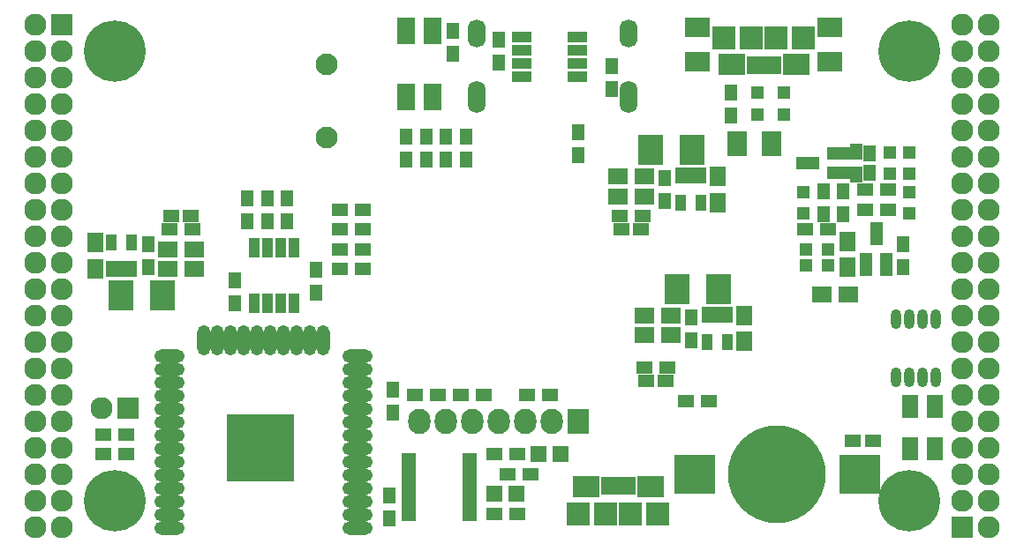
<source format=gbs>
G04 #@! TF.FileFunction,Soldermask,Bot*
%FSLAX46Y46*%
G04 Gerber Fmt 4.6, Leading zero omitted, Abs format (unit mm)*
G04 Created by KiCad (PCBNEW 4.0.5+dfsg1-4) date Wed May 10 16:42:39 2017*
%MOMM*%
%LPD*%
G01*
G04 APERTURE LIST*
%ADD10C,0.100000*%
%ADD11R,3.900000X3.700000*%
%ADD12C,9.400000*%
%ADD13R,2.432000X1.924000*%
%ADD14R,2.400000X2.900000*%
%ADD15R,1.100000X1.600000*%
%ADD16R,1.650000X1.900000*%
%ADD17R,1.900000X1.650000*%
%ADD18R,1.924000X2.432000*%
%ADD19O,1.009600X1.873200*%
%ADD20R,1.200000X1.300000*%
%ADD21R,1.300000X1.200000*%
%ADD22C,2.100000*%
%ADD23R,1.200000X2.300000*%
%ADD24R,2.300000X1.200000*%
%ADD25R,1.600000X1.150000*%
%ADD26R,1.150000X1.600000*%
%ADD27R,1.600000X1.300000*%
%ADD28R,1.300000X1.600000*%
%ADD29O,1.700000X3.100000*%
%ADD30O,1.700000X2.700000*%
%ADD31R,1.000000X1.950000*%
%ADD32R,1.950000X1.000000*%
%ADD33O,2.900000X1.300000*%
%ADD34O,1.300000X2.900000*%
%ADD35R,6.400000X6.400000*%
%ADD36R,2.127200X2.127200*%
%ADD37O,2.127200X2.127200*%
%ADD38C,5.900000*%
%ADD39R,1.400000X0.800000*%
%ADD40R,1.600000X2.200000*%
%ADD41R,1.800000X2.600000*%
%ADD42R,2.127200X2.432000*%
%ADD43O,2.127200X2.432000*%
%ADD44R,1.598880X1.598880*%
%ADD45R,2.500000X2.000000*%
%ADD46R,2.300000X2.300000*%
%ADD47R,0.800000X1.750000*%
%ADD48R,2.200000X2.300000*%
G04 APERTURE END LIST*
D10*
D11*
X174390000Y-105870000D03*
X158590000Y-105870000D03*
D12*
X166490000Y-105870000D03*
D13*
X171570000Y-62944000D03*
X171570000Y-66246000D03*
D14*
X160870000Y-88090000D03*
X156870000Y-88090000D03*
D15*
X159825000Y-90600000D03*
X160775000Y-90600000D03*
X161725000Y-90600000D03*
X161725000Y-93200000D03*
X159825000Y-93200000D03*
D14*
X158330000Y-74755000D03*
X154330000Y-74755000D03*
D15*
X157285000Y-77235000D03*
X158235000Y-77235000D03*
X159185000Y-77235000D03*
X159185000Y-79835000D03*
X157285000Y-79835000D03*
D14*
X103530000Y-88725000D03*
X107530000Y-88725000D03*
D15*
X104575000Y-86215000D03*
X103625000Y-86215000D03*
X102675000Y-86215000D03*
X102675000Y-83615000D03*
X104575000Y-83615000D03*
D16*
X101085000Y-83665000D03*
X101085000Y-86165000D03*
D17*
X153810000Y-90630000D03*
X156310000Y-90630000D03*
X153810000Y-92535000D03*
X156310000Y-92535000D03*
D16*
X163315000Y-93150000D03*
X163315000Y-90650000D03*
D17*
X151270000Y-79200000D03*
X153770000Y-79200000D03*
X151270000Y-77295000D03*
X153770000Y-77295000D03*
D16*
X160775000Y-79815000D03*
X160775000Y-77315000D03*
D17*
X110590000Y-84280000D03*
X108090000Y-84280000D03*
X110590000Y-86185000D03*
X108090000Y-86185000D03*
D18*
X162680000Y-74120000D03*
X165982000Y-74120000D03*
D13*
X158870000Y-66246000D03*
X158870000Y-62944000D03*
D19*
X181730000Y-96599000D03*
X180460000Y-96599000D03*
X179190000Y-96599000D03*
X177920000Y-96599000D03*
X177920000Y-91011000D03*
X179190000Y-91011000D03*
X180460000Y-91011000D03*
X181730000Y-91011000D03*
D16*
X173221000Y-86038000D03*
X173221000Y-83538000D03*
D20*
X169250000Y-84280000D03*
X171350000Y-84280000D03*
D21*
X179190000Y-80885000D03*
X179190000Y-78785000D03*
X177285000Y-74975000D03*
X177285000Y-77075000D03*
X169030000Y-80885000D03*
X169030000Y-78785000D03*
D22*
X123310000Y-66540000D03*
X123310000Y-73540000D03*
D23*
X176965000Y-85780000D03*
X175065000Y-85780000D03*
X176015000Y-82780000D03*
D24*
X172435000Y-75075000D03*
X172435000Y-76975000D03*
X169435000Y-76025000D03*
D25*
X153910000Y-96910000D03*
X155810000Y-96910000D03*
X151570000Y-82375000D03*
X153470000Y-82375000D03*
X110290000Y-81105000D03*
X108390000Y-81105000D03*
D26*
X175380000Y-75075000D03*
X175380000Y-76975000D03*
D27*
X169200000Y-82375000D03*
X171400000Y-82375000D03*
D28*
X172840000Y-80935000D03*
X172840000Y-78735000D03*
D27*
X177115000Y-80470000D03*
X174915000Y-80470000D03*
D28*
X174110000Y-74925000D03*
X174110000Y-77125000D03*
X178555000Y-83815000D03*
X178555000Y-86015000D03*
D27*
X157770000Y-98885000D03*
X159970000Y-98885000D03*
D28*
X170935000Y-80935000D03*
X170935000Y-78735000D03*
X129280000Y-107900000D03*
X129280000Y-110100000D03*
D27*
X142825000Y-105870000D03*
X140625000Y-105870000D03*
X177115000Y-78565000D03*
X174915000Y-78565000D03*
X153760000Y-95640000D03*
X155960000Y-95640000D03*
X110440000Y-82375000D03*
X108240000Y-82375000D03*
X151420000Y-81105000D03*
X153620000Y-81105000D03*
D28*
X158235000Y-90800000D03*
X158235000Y-93000000D03*
X106165000Y-86015000D03*
X106165000Y-83815000D03*
X155695000Y-77465000D03*
X155695000Y-79665000D03*
D27*
X126782000Y-86185000D03*
X124582000Y-86185000D03*
X126782000Y-84279000D03*
X124582000Y-84279000D03*
X126782000Y-82375000D03*
X124582000Y-82375000D03*
X126782000Y-80470000D03*
X124582000Y-80470000D03*
D28*
X130930000Y-75687000D03*
X130930000Y-73487000D03*
X132835000Y-75687000D03*
X132835000Y-73487000D03*
X134740000Y-75687000D03*
X134740000Y-73487000D03*
X136645000Y-75687000D03*
X136645000Y-73487000D03*
D29*
X152280000Y-69650000D03*
X137680000Y-69650000D03*
D30*
X137680000Y-63600000D03*
X152280000Y-63600000D03*
D31*
X116325000Y-84120000D03*
X117595000Y-84120000D03*
X118865000Y-84120000D03*
X120135000Y-84120000D03*
X120135000Y-89520000D03*
X118865000Y-89520000D03*
X117595000Y-89520000D03*
X116325000Y-89520000D03*
D25*
X173795000Y-102695000D03*
X175695000Y-102695000D03*
D32*
X141980000Y-67705000D03*
X141980000Y-66435000D03*
X141980000Y-65165000D03*
X141980000Y-63895000D03*
X147380000Y-63895000D03*
X147380000Y-65165000D03*
X147380000Y-66435000D03*
X147380000Y-67705000D03*
D20*
X171350000Y-85804000D03*
X169250000Y-85804000D03*
D21*
X179190000Y-77075000D03*
X179190000Y-74975000D03*
D33*
X126260434Y-111030338D03*
X126260434Y-109760338D03*
X126260434Y-108490338D03*
X126260434Y-107220338D03*
X126260434Y-105950338D03*
X126260434Y-104680338D03*
X126260434Y-103410338D03*
X126260434Y-102140338D03*
X126260434Y-100870338D03*
X126260434Y-99600338D03*
X126260434Y-98330338D03*
X126260434Y-97060338D03*
X126260434Y-95790338D03*
X126260434Y-94520338D03*
D34*
X122975434Y-93030338D03*
X121705434Y-93030338D03*
X120435434Y-93030338D03*
X119165434Y-93030338D03*
X117895434Y-93030338D03*
X116625434Y-93030338D03*
X115355434Y-93030338D03*
X114085434Y-93030338D03*
X112815434Y-93030338D03*
X111545434Y-93030338D03*
D33*
X108260434Y-94520338D03*
X108260434Y-95790338D03*
X108260434Y-97060338D03*
X108260434Y-98330338D03*
X108260434Y-99600338D03*
X108260434Y-100870338D03*
X108260434Y-102140338D03*
X108260434Y-103410338D03*
X108260434Y-104680338D03*
X108260434Y-105950338D03*
X108260434Y-107220338D03*
X108260434Y-108490338D03*
X108260434Y-109760338D03*
X108260434Y-111030338D03*
D35*
X116960434Y-103330338D03*
D36*
X97910000Y-62690000D03*
D37*
X95370000Y-62690000D03*
X97910000Y-65230000D03*
X95370000Y-65230000D03*
X97910000Y-67770000D03*
X95370000Y-67770000D03*
X97910000Y-70310000D03*
X95370000Y-70310000D03*
X97910000Y-72850000D03*
X95370000Y-72850000D03*
X97910000Y-75390000D03*
X95370000Y-75390000D03*
X97910000Y-77930000D03*
X95370000Y-77930000D03*
X97910000Y-80470000D03*
X95370000Y-80470000D03*
X97910000Y-83010000D03*
X95370000Y-83010000D03*
X97910000Y-85550000D03*
X95370000Y-85550000D03*
X97910000Y-88090000D03*
X95370000Y-88090000D03*
X97910000Y-90630000D03*
X95370000Y-90630000D03*
X97910000Y-93170000D03*
X95370000Y-93170000D03*
X97910000Y-95710000D03*
X95370000Y-95710000D03*
X97910000Y-98250000D03*
X95370000Y-98250000D03*
X97910000Y-100790000D03*
X95370000Y-100790000D03*
X97910000Y-103330000D03*
X95370000Y-103330000D03*
X97910000Y-105870000D03*
X95370000Y-105870000D03*
X97910000Y-108410000D03*
X95370000Y-108410000D03*
X97910000Y-110950000D03*
X95370000Y-110950000D03*
D36*
X184270000Y-110950000D03*
D37*
X186810000Y-110950000D03*
X184270000Y-108410000D03*
X186810000Y-108410000D03*
X184270000Y-105870000D03*
X186810000Y-105870000D03*
X184270000Y-103330000D03*
X186810000Y-103330000D03*
X184270000Y-100790000D03*
X186810000Y-100790000D03*
X184270000Y-98250000D03*
X186810000Y-98250000D03*
X184270000Y-95710000D03*
X186810000Y-95710000D03*
X184270000Y-93170000D03*
X186810000Y-93170000D03*
X184270000Y-90630000D03*
X186810000Y-90630000D03*
X184270000Y-88090000D03*
X186810000Y-88090000D03*
X184270000Y-85550000D03*
X186810000Y-85550000D03*
X184270000Y-83010000D03*
X186810000Y-83010000D03*
X184270000Y-80470000D03*
X186810000Y-80470000D03*
X184270000Y-77930000D03*
X186810000Y-77930000D03*
X184270000Y-75390000D03*
X186810000Y-75390000D03*
X184270000Y-72850000D03*
X186810000Y-72850000D03*
X184270000Y-70310000D03*
X186810000Y-70310000D03*
X184270000Y-67770000D03*
X186810000Y-67770000D03*
X184270000Y-65230000D03*
X186810000Y-65230000D03*
X184270000Y-62690000D03*
X186810000Y-62690000D03*
D38*
X102990000Y-108410000D03*
X179190000Y-108410000D03*
X179190000Y-65230000D03*
X102990000Y-65230000D03*
D21*
X167125000Y-69260000D03*
X167125000Y-71360000D03*
X164585000Y-69260000D03*
X164585000Y-71360000D03*
D28*
X162045000Y-71410000D03*
X162045000Y-69210000D03*
X139820000Y-66330000D03*
X139820000Y-64130000D03*
X135375000Y-63300000D03*
X135375000Y-65500000D03*
X150615000Y-68870000D03*
X150615000Y-66670000D03*
X147440000Y-75220000D03*
X147440000Y-73020000D03*
D39*
X137005000Y-104215000D03*
X137005000Y-104865000D03*
X137005000Y-105515000D03*
X137005000Y-106165000D03*
X137005000Y-106815000D03*
X137005000Y-107465000D03*
X137005000Y-108115000D03*
X137005000Y-108765000D03*
X137005000Y-109415000D03*
X137005000Y-110065000D03*
X131205000Y-110065000D03*
X131205000Y-109415000D03*
X131205000Y-108765000D03*
X131205000Y-108115000D03*
X131205000Y-107465000D03*
X131205000Y-106815000D03*
X131205000Y-106165000D03*
X131205000Y-105515000D03*
X131205000Y-104865000D03*
X131205000Y-104215000D03*
D28*
X119500000Y-79370000D03*
X119500000Y-81570000D03*
X114480000Y-89500000D03*
X114480000Y-87300000D03*
X129660000Y-99985000D03*
X129660000Y-97785000D03*
X117595000Y-79370000D03*
X117595000Y-81570000D03*
X122280000Y-86300000D03*
X122280000Y-88500000D03*
X115690000Y-79370000D03*
X115690000Y-81570000D03*
D27*
X144730000Y-98250000D03*
X142530000Y-98250000D03*
X138380000Y-98250000D03*
X136180000Y-98250000D03*
X133935000Y-98250000D03*
X131735000Y-98250000D03*
X101890000Y-103965000D03*
X104090000Y-103965000D03*
D40*
X179260000Y-99425000D03*
X179260000Y-103425000D03*
X181660000Y-103425000D03*
X181660000Y-99425000D03*
D41*
X133450000Y-63350000D03*
X133450000Y-69650000D03*
X130950000Y-69650000D03*
X130950000Y-63350000D03*
D36*
X104260000Y-99520000D03*
D37*
X101720000Y-99520000D03*
D42*
X147440000Y-100790000D03*
D43*
X144900000Y-100790000D03*
X142360000Y-100790000D03*
X139820000Y-100790000D03*
X137280000Y-100790000D03*
X134740000Y-100790000D03*
X132200000Y-100790000D03*
D27*
X101890000Y-102060000D03*
X104090000Y-102060000D03*
D44*
X143630980Y-104000000D03*
X145729020Y-104000000D03*
X141504020Y-107775000D03*
X139405980Y-107775000D03*
D27*
X139355000Y-103965000D03*
X141555000Y-103965000D03*
X139355000Y-109680000D03*
X141555000Y-109680000D03*
D45*
X154350000Y-107130000D03*
X148150000Y-107130000D03*
D46*
X152450000Y-109680000D03*
X150050000Y-109680000D03*
D47*
X152550000Y-107005000D03*
X151900000Y-107005000D03*
X151250000Y-107005000D03*
X150600000Y-107005000D03*
X149950000Y-107005000D03*
D48*
X155050000Y-109680000D03*
X147450000Y-109680000D03*
D45*
X162120000Y-66510000D03*
X168320000Y-66510000D03*
D46*
X164020000Y-63960000D03*
X166420000Y-63960000D03*
D47*
X163920000Y-66635000D03*
X164570000Y-66635000D03*
X165220000Y-66635000D03*
X165870000Y-66635000D03*
X166520000Y-66635000D03*
D48*
X161420000Y-63960000D03*
X169020000Y-63960000D03*
D17*
X173330000Y-88600000D03*
X170830000Y-88600000D03*
M02*

</source>
